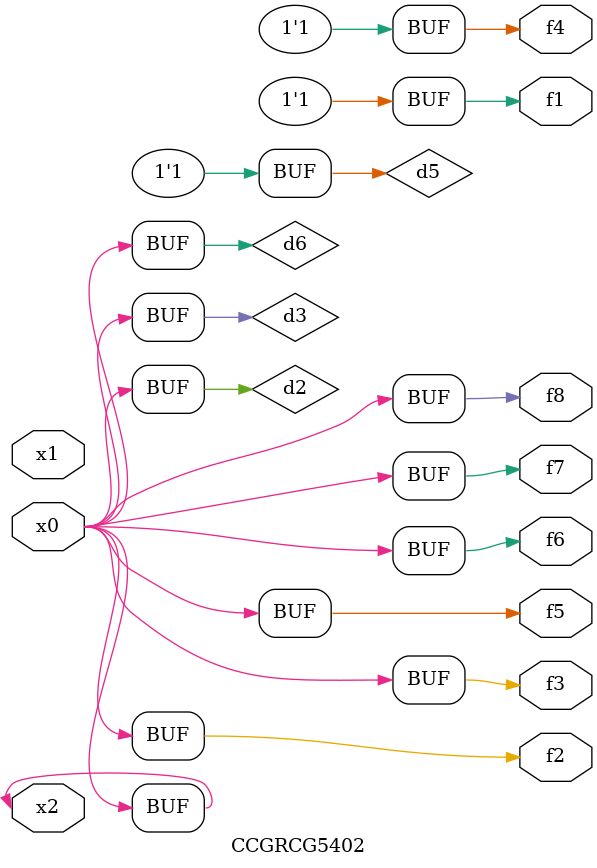
<source format=v>
module CCGRCG5402(
	input x0, x1, x2,
	output f1, f2, f3, f4, f5, f6, f7, f8
);

	wire d1, d2, d3, d4, d5, d6;

	xnor (d1, x2);
	buf (d2, x0, x2);
	and (d3, x0);
	xnor (d4, x1, x2);
	nand (d5, d1, d3);
	buf (d6, d2, d3);
	assign f1 = d5;
	assign f2 = d6;
	assign f3 = d6;
	assign f4 = d5;
	assign f5 = d6;
	assign f6 = d6;
	assign f7 = d6;
	assign f8 = d6;
endmodule

</source>
